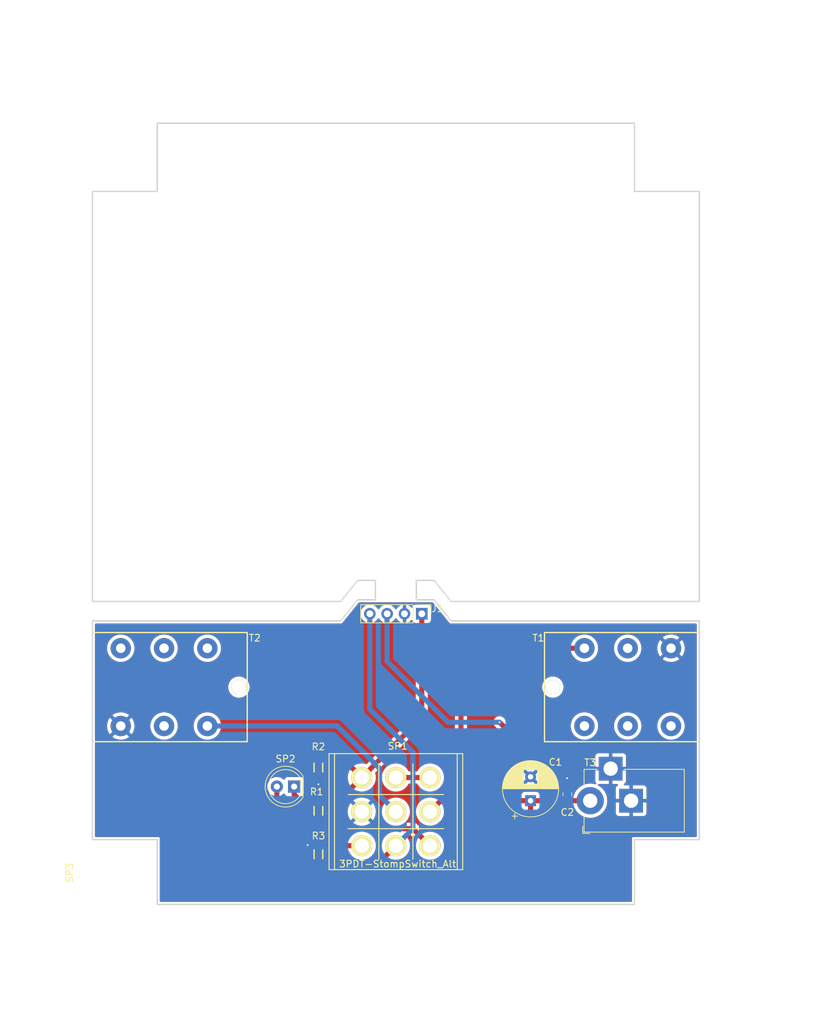
<source format=kicad_pcb>
(kicad_pcb (version 20221018) (generator pcbnew)
  (layers (0 "F.Cu" signal) (31 "B.Cu" signal) (34 "B.Paste" user) (35 "F.Paste" user) (36 "B.SilkS" user "B.Silkscreen") (37 "F.SilkS" user "F.Silkscreen") (38 "B.Mask" user) (39 "F.Mask" user) (44 "Edge.Cuts" user))
  (net 0 "")
  (net 1 "GND")
  (net 2 "+9V")
  (net 3 "Net-(R1-Pad2)")
  (net 4 "Net-(R1-Pad1)")
  (net 5 "Net-(T1-Pad5)")
  (net 6 "Net-(T1-Pad3)")
  (net 7 "Net-(T1-Pad2)")
  (net 8 "Net-(T1-Pad1)")
  (net 9 "Net-(T2-Pad5)")
  (net 10 "Net-(T2-Pad3)")
  (net 11 "Net-(T2-Pad2)")
  (net 12 "Net-(T2-Pad1)")
  (net 13 "/IN")
  (net 14 "/OUT")
  (net 15 "/Pedal_IN")
  (net 16 "/Pedal_OUT")
  (net 17 "/BYPASS")
  (footprint "AVR-KiCAD-Lib-Capacitors:C0805" (layer "F.Cu") (at 183.15 136.35 90)
    (fp_text reference "C2" (at -2.65 0 180) (layer "F.SilkS"))
    (fp_text value "CL21B104KCFNNNE" hide)
    (fp_line (start -0.254 -0.635) (end 0.254 -0.635) (stroke (width 0.1)) (layer "F.SilkS"))
    (fp_line (start -0.254 0.635) (end 0.254 0.635) (stroke (width 0.1)) (layer "F.SilkS"))
    (pad "1" smd roundrect (at -0.95 0 90) (size 1.321 1.524) (layers "F.Cu" "F.Paste" "F.Mask") (net 2 "+9V"))
    (pad "2" smd roundrect (at 0.95 0 90) (size 1.321 1.524) (layers "F.Cu" "F.Paste" "F.Mask") (net 1 "GND"))
  )
  (footprint "Connector_PinHeader_2.54mm:PinHeader_1x04_P2.54mm_Vertical" (layer "F.Cu") (at 161.8 109.9 -90)
    (fp_text reference "J1" (at -0.762 -2.286 180) (layer "F.SilkS"))
    (fp_text value "Conn_01x04_Female" hide)
    (fp_line (start -1.33 -1.33) (end 0 -1.33) (stroke (width 0.12)) (layer "F.SilkS"))
    (fp_line (start -1.33 0) (end -1.33 -1.33) (stroke (width 0.12)) (layer "F.SilkS"))
    (fp_line (start -1.33 1.27) (end -1.33 8.95) (stroke (width 0.12)) (layer "F.SilkS"))
    (fp_line (start -1.33 1.27) (end 1.33 1.27) (stroke (width 0.12)) (layer "F.SilkS"))
    (fp_line (start -1.33 8.95) (end 1.33 8.95) (stroke (width 0.12)) (layer "F.SilkS"))
    (fp_line (start 1.33 1.27) (end 1.33 8.95) (stroke (width 0.12)) (layer "F.SilkS"))
    (pad "1" thru_hole rect (at 0 0 270) (size 1.7 1.7) (drill 1) (layers "*.Cu" "*.Mask") (net 13 "/IN"))
    (pad "2" thru_hole oval (at 0 2.54 270) (size 1.7 1.7) (drill 1) (layers "*.Cu" "*.Mask") (net 1 "GND"))
    (pad "3" thru_hole oval (at 0 5.08 270) (size 1.7 1.7) (drill 1) (layers "*.Cu" "*.Mask") (net 2 "+9V"))
    (pad "4" thru_hole oval (at 0 7.62 270) (size 1.7 1.7) (drill 1) (layers "*.Cu" "*.Mask") (net 14 "/OUT"))
  )
  (footprint "AVR-KiCAD-Lib-Resistors:R1206" (layer "F.Cu") (at 146.638 138.788 90)
    (fp_text reference "R1" (at 2.794 -0.254) (layer "F.SilkS"))
    (fp_text value "RC1206FR-071KL" hide)
    (fp_line (start -0.635 -0.635) (end 0.635 -0.635) (stroke (width 0.2)) (layer "F.SilkS"))
    (fp_line (start 0.635 0.635) (end -0.635 0.635) (stroke (width 0.2)) (layer "F.SilkS"))
    (pad "1" smd roundrect (at -1.325 0 90) (size 1.1 2) (layers "F.Cu" "F.Paste" "F.Mask") (net 4 "Net-(R1-Pad1)"))
    (pad "2" smd roundrect (at 1.325 0 90) (size 1.1 2) (layers "F.Cu" "F.Paste" "F.Mask") (net 3 "Net-(R1-Pad2)"))
  )
  (footprint "AVR-KiCAD-Lib-Resistors:R1206" (layer "F.Cu") (at 146.638 132.438 -90)
    (fp_text reference "R2" (at -3.048 0 180) (layer "F.SilkS"))
    (fp_text value "RC1206FR-071ML" hide)
    (fp_line (start -0.635 -0.635) (end 0.635 -0.635) (stroke (width 0.2)) (layer "F.SilkS"))
    (fp_line (start 0.635 0.635) (end -0.635 0.635) (stroke (width 0.2)) (layer "F.SilkS"))
    (pad "1" smd roundrect (at -1.325 0 270) (size 1.1 2) (layers "F.Cu" "F.Paste" "F.Mask") (net 13 "/IN"))
    (pad "2" smd roundrect (at 1.325 0 270) (size 1.1 2) (layers "F.Cu" "F.Paste" "F.Mask") (net 1 "GND"))
  )
  (footprint "AVR-KiCAD-Lib-Resistors:R1206" (layer "F.Cu") (at 146.638 145.138 90)
    (fp_text reference "R3" (at 2.688 0.012) (layer "F.SilkS"))
    (fp_text value "RC1206FR-071ML" hide)
    (fp_line (start -0.635 -0.635) (end 0.635 -0.635) (stroke (width 0.2)) (layer "F.SilkS"))
    (fp_line (start 0.635 0.635) (end -0.635 0.635) (stroke (width 0.2)) (layer "F.SilkS"))
    (pad "1" smd roundrect (at -1.325 0 90) (size 1.1 2) (layers "F.Cu" "F.Paste" "F.Mask") (net 14 "/OUT"))
    (pad "2" smd roundrect (at 1.325 0 90) (size 1.1 2) (layers "F.Cu" "F.Paste" "F.Mask") (net 1 "GND"))
  )
  (footprint "AVR-KiCAD-Lib-Diodesl:LED_D5.0mm" (layer "F.Cu") (at 143.082 135.232 180)
    (fp_text reference "SP2" (at 1.27 4.064 180) (layer "F.SilkS"))
    (fp_text value "HLMP-4700-C0002" hide)
    (fp_line (start -1.29 -1.545) (end -1.29 1.545) (stroke (width 0.12)) (layer "F.SilkS"))
    (fp_arc (start -1.29 -1.54483) (mid 2.072002 -2.880433) (end 4.26 0.000462) (stroke (width 0.12)) (layer "F.SilkS"))
    (fp_arc (start 4.26 -0.000462) (mid 2.072002 2.880433) (end -1.29 1.54483) (stroke (width 0.12)) (layer "F.SilkS"))
    (fp_circle (center 1.27 0) (end 3.77 0) (stroke (width 0.12)) (fill none) (layer "F.SilkS"))
    (pad "1" thru_hole rect (at 0 0 180) (size 1.8 1.8) (drill 0.9) (layers "*.Cu" "*.Mask") (net 3 "Net-(R1-Pad2)"))
    (pad "2" thru_hole circle (at 2.54 0 180) (size 1.8 1.8) (drill 0.9) (layers "*.Cu" "*.Mask") (net 2 "+9V"))
  )
  (footprint "AVR-KiCAD-Lib-Connectors:ACJS-MHDR" (layer "F.Cu") (at 192 120.65)
    (fp_text reference "T1" (at -13.1 -7.2) (layer "F.SilkS"))
    (fp_text value "ACJS-MHDR")
    (fp_line (start -12.2 -8) (end 10.5 -8) (stroke (width 0.2)) (layer "F.SilkS"))
    (fp_line (start -12.2 8) (end -12.2 -8) (stroke (width 0.2)) (layer "F.SilkS"))
    (fp_line (start -12.2 8) (end 10.5 8) (stroke (width 0.2)) (layer "F.SilkS"))
    (pad "1" thru_hole circle locked (at 6.35 5.7) (size 3 3) (drill 1.4) (layers "*.Cu" "*.Mask") (net 8 "Net-(T1-Pad1)"))
    (pad "2" thru_hole circle locked (at 0 5.7) (size 3 3) (drill 1.4) (layers "*.Cu" "*.Mask") (net 7 "Net-(T1-Pad2)"))
    (pad "3" thru_hole circle locked (at -6.35 5.7) (size 3 3) (drill 1.4) (layers "*.Cu" "*.Mask") (net 6 "Net-(T1-Pad3)"))
    (pad "4" thru_hole circle locked (at 6.35 -5.7) (size 3 3) (drill 1.4) (layers "*.Cu" "*.Mask") (net 1 "GND"))
    (pad "5" thru_hole circle locked (at 0 -5.7) (size 3 3) (drill 1.4) (layers "*.Cu" "*.Mask") (net 5 "Net-(T1-Pad5)"))
    (pad "6" thru_hole circle locked (at -6.35 -5.7) (size 3 3) (drill 1.4) (layers "*.Cu" "*.Mask") (net 15 "/Pedal_IN"))
    (pad "7" thru_hole circle locked (at -10.98 0) (size 2.1 2.1) (drill 2.1) (layers "*.Cu" "*.Mask"))
  )
  (footprint "AVR-KiCAD-Lib-Connectors:ACJS-MHDR" (layer "F.Cu") (at 124 120.65 180)
    (fp_text reference "T2" (at -13.3 7.2 180) (layer "F.SilkS"))
    (fp_text value "ACJS-MHDR")
    (fp_line (start -12.2 -8) (end 10.5 -8) (stroke (width 0.2)) (layer "F.SilkS"))
    (fp_line (start -12.2 8) (end -12.2 -8) (stroke (width 0.2)) (layer "F.SilkS"))
    (fp_line (start -12.2 8) (end 10.5 8) (stroke (width 0.2)) (layer "F.SilkS"))
    (pad "1" thru_hole circle locked (at 6.35 5.7 180) (size 3 3) (drill 1.4) (layers "*.Cu" "*.Mask") (net 12 "Net-(T2-Pad1)"))
    (pad "2" thru_hole circle locked (at 0 5.7 180) (size 3 3) (drill 1.4) (layers "*.Cu" "*.Mask") (net 11 "Net-(T2-Pad2)"))
    (pad "3" thru_hole circle locked (at -6.35 5.7 180) (size 3 3) (drill 1.4) (layers "*.Cu" "*.Mask") (net 10 "Net-(T2-Pad3)"))
    (pad "4" thru_hole circle locked (at 6.35 -5.7 180) (size 3 3) (drill 1.4) (layers "*.Cu" "*.Mask") (net 1 "GND"))
    (pad "5" thru_hole circle locked (at 0 -5.7 180) (size 3 3) (drill 1.4) (layers "*.Cu" "*.Mask") (net 9 "Net-(T2-Pad5)"))
    (pad "6" thru_hole circle locked (at -6.35 -5.7 180) (size 3 3) (drill 1.4) (layers "*.Cu" "*.Mask") (net 16 "/Pedal_OUT"))
    (pad "7" thru_hole circle locked (at -10.98 0 180) (size 2.1 2.1) (drill 2.1) (layers "*.Cu" "*.Mask"))
  )
  (footprint "AVR-KiCAD-Lib-Special:Switches_Stomp_Switch_3PDT" (layer "F.Cu") (at 158 138.9)
    (fp_text reference "SP1" (at 0.254 -9.604) (layer "F.SilkS"))
    (fp_text value "3PDT-StompSwitch_Alt" (at 0.254 7.668) (layer "F.SilkS"))
    (fp_line (start -9.8 -8.5) (end -9 -8.5) (stroke (width 0.15)) (layer "F.SilkS"))
    (fp_line (start -9.8 8.5) (end -9.8 -8.5) (stroke (width 0.15)) (layer "F.SilkS"))
    (fp_line (start -9 -8.5) (end 9 -8.5) (stroke (width 0.15)) (layer "F.SilkS"))
    (fp_line (start -9 8.5) (end -9.8 8.5) (stroke (width 0.15)) (layer "F.SilkS"))
    (fp_line (start -9 8.5) (end -9 -8.5) (stroke (width 0.15)) (layer "F.SilkS"))
    (fp_line (start -9 8.5) (end 9 8.5) (stroke (width 0.15)) (layer "F.SilkS"))
    (fp_line (start -7 -2.5) (end 7 -2.5) (stroke (width 0.15)) (layer "F.SilkS"))
    (fp_line (start -2.5 -7) (end -2.5 7) (stroke (width 0.15)) (layer "F.SilkS"))
    (fp_line (start 2.5 7) (end 2.5 -7) (stroke (width 0.15)) (layer "F.SilkS"))
    (fp_line (start 7 2.5) (end -7 2.5) (stroke (width 0.15)) (layer "F.SilkS"))
    (fp_line (start 9 -8.5) (end 9 0) (stroke (width 0.15)) (layer "F.SilkS"))
    (fp_line (start 9 8.5) (end 9 0) (stroke (width 0.15)) (layer "F.SilkS"))
    (fp_line (start 9.8 -8.5) (end 9 -8.5) (stroke (width 0.15)) (layer "F.SilkS"))
    (fp_line (start 9.8 8.5) (end 9 8.5) (stroke (width 0.15)) (layer "F.SilkS"))
    (fp_line (start 9.8 8.5) (end 9.8 -8.5) (stroke (width 0.15)) (layer "F.SilkS"))
    (pad "1" thru_hole circle locked (at 5 -5) (size 3.1 3.1) (drill 2.1) (layers "*.Cu" "*.Mask" "F.SilkS") (net 17 "/BYPASS"))
    (pad "2" thru_hole circle locked (at 0 -5) (size 3.1 3.1) (drill 2.1) (layers "*.Cu" "*.Mask" "F.SilkS") (net 17 "/BYPASS"))
    (pad "3" thru_hole circle locked (at -5 -5) (size 3.1 3.1) (drill 2.1) (layers "*.Cu" "*.Mask" "F.SilkS") (net 13 "/IN"))
    (pad "4" thru_hole circle locked (at 5 0) (size 3.1 3.1) (drill 2.1) (layers "*.Cu" "*.Mask" "F.SilkS") (net 15 "/Pedal_IN"))
    (pad "5" thru_hole circle locked (at 0 0) (size 3.1 3.1) (drill 2.1) (layers "*.Cu" "*.Mask" "F.SilkS") (net 16 "/Pedal_OUT"))
    (pad "6" thru_hole circle locked (at -5 0) (size 3.1 3.1) (drill 2.1) (layers "*.Cu" "*.Mask" "F.SilkS") (net 1 "GND"))
    (pad "7" thru_hole circle locked (at 5 5) (size 3.1 3.1) (drill 2.1) (layers "*.Cu" "*.Mask" "F.SilkS") (net 13 "/IN"))
    (pad "8" thru_hole circle locked (at 0 5) (size 3.1 3.1) (drill 2.1) (layers "*.Cu" "*.Mask" "F.SilkS") (net 14 "/OUT"))
    (pad "9" thru_hole circle locked (at -5 5) (size 3.1 3.1) (drill 2.1) (layers "*.Cu" "*.Mask" "F.SilkS") (net 4 "Net-(R1-Pad1)"))
  )
  (footprint "AVR-KiCAD-Lib-Capacitors:CP_Radial_D8.0mm_P3.50mm" (layer "F.Cu") (at 177.75 137.3 90)
    (fp_text reference "C1" (at 5.65 3.65) (layer "F.SilkS"))
    (fp_text value "UFW1H101MPD" hide)
    (fp_line (start -2.659698 -2.315) (end -1.859698 -2.315) (stroke (width 0.12)) (layer "F.SilkS"))
    (fp_line (start -2.259698 -2.715) (end -2.259698 -1.915) (stroke (width 0.12)) (layer "F.SilkS"))
    (fp_line (start 1.75 -4.08) (end 1.75 4.08) (stroke (width 0.12)) (layer "F.SilkS"))
    (fp_line (start 1.79 -4.08) (end 1.79 4.08) (stroke (width 0.12)) (layer "F.SilkS"))
    (fp_line (start 1.83 -4.08) (end 1.83 4.08) (stroke (width 0.12)) (layer "F.SilkS"))
    (fp_line (start 1.87 -4.079) (end 1.87 4.079) (stroke (width 0.12)) (layer "F.SilkS"))
    (fp_line (start 1.91 -4.077) (end 1.91 4.077) (stroke (width 0.12)) (layer "F.SilkS"))
    (fp_line (start 1.95 -4.076) (end 1.95 4.076) (stroke (width 0.12)) (layer "F.SilkS"))
    (fp_line (start 1.99 -4.074) (end 1.99 4.074) (stroke (width 0.12)) (layer "F.SilkS"))
    (fp_line (start 2.03 -4.071) (end 2.03 4.071) (stroke (width 0.12)) (layer "F.SilkS"))
    (fp_line (start 2.07 -4.068) (end 2.07 4.068) (stroke (width 0.12)) (layer "F.SilkS"))
    (fp_line (start 2.11 -4.065) (end 2.11 4.065) (stroke (width 0.12)) (layer "F.SilkS"))
    (fp_line (start 2.15 -4.061) (end 2.15 4.061) (stroke (width 0.12)) (layer "F.SilkS"))
    (fp_line (start 2.19 -4.057) (end 2.19 4.057) (stroke (width 0.12)) (layer "F.SilkS"))
    (fp_line (start 2.23 -4.052) (end 2.23 4.052) (stroke (width 0.12)) (layer "F.SilkS"))
    (fp_line (start 2.27 -4.048) (end 2.27 4.048) (stroke (width 0.12)) (layer "F.SilkS"))
    (fp_line (start 2.31 -4.042) (end 2.31 4.042) (stroke (width 0.12)) (layer "F.SilkS"))
    (fp_line (start 2.35 -4.037) (end 2.35 4.037) (stroke (width 0.12)) (layer "F.SilkS"))
    (fp_line (start 2.39 -4.03) (end 2.39 4.03) (stroke (width 0.12)) (layer "F.SilkS"))
    (fp_line (start 2.43 -4.024) (end 2.43 4.024) (stroke (width 0.12)) (layer "F.SilkS"))
    (fp_line (start 2.471 -4.017) (end 2.471 -1.04) (stroke (width 0.12)) (layer "F.SilkS"))
    (fp_line (start 2.471 1.04) (end 2.471 4.017) (stroke (width 0.12)) (layer "F.SilkS"))
    (fp_line (start 2.511 -4.01) (end 2.511 -1.04) (stroke (width 0.12)) (layer "F.SilkS"))
    (fp_line (start 2.511 1.04) (end 2.511 4.01) (stroke (width 0.12)) (layer "F.SilkS"))
    (fp_line (start 2.551 -4.002) (end 2.551 -1.04) (stroke (width 0.12)) (layer "F.SilkS"))
    (fp_line (start 2.551 1.04) (end 2.551 4.002) (stroke (width 0.12)) (layer "F.SilkS"))
    (fp_line (start 2.591 -3.994) (end 2.591 -1.04) (stroke (width 0.12)) (layer "F.SilkS"))
    (fp_line (start 2.591 1.04) (end 2.591 3.994) (stroke (width 0.12)) (layer "F.SilkS"))
    (fp_line (start 2.631 -3.985) (end 2.631 -1.04) (stroke (width 0.12)) (layer "F.SilkS"))
    (fp_line (start 2.631 1.04) (end 2.631 3.985) (stroke (width 0.12)) (layer "F.SilkS"))
    (fp_line (start 2.671 -3.976) (end 2.671 -1.04) (stroke (width 0.12)) (layer "F.SilkS"))
    (fp_line (start 2.671 1.04) (end 2.671 3.976) (stroke (width 0.12)) (layer "F.SilkS"))
    (fp_line (start 2.711 -3.967) (end 2.711 -1.04) (stroke (width 0.12)) (layer "F.SilkS"))
    (fp_line (start 2.711 1.04) (end 2.711 3.967) (stroke (width 0.12)) (layer "F.SilkS"))
    (fp_line (start 2.751 -3.957) (end 2.751 -1.04) (stroke (width 0.12)) (layer "F.SilkS"))
    (fp_line (start 2.751 1.04) (end 2.751 3.957) (stroke (width 0.12)) (layer "F.SilkS"))
    (fp_line (start 2.791 -3.947) (end 2.791 -1.04) (stroke (width 0.12)) (layer "F.SilkS"))
    (fp_line (start 2.791 1.04) (end 2.791 3.947) (stroke (width 0.12)) (layer "F.SilkS"))
    (fp_line (start 2.831 -3.936) (end 2.831 -1.04) (stroke (width 0.12)) (layer "F.SilkS"))
    (fp_line (start 2.831 1.04) (end 2.831 3.936) (stroke (width 0.12)) (layer "F.SilkS"))
    (fp_line (start 2.871 -3.925) (end 2.871 -1.04) (stroke (width 0.12)) (layer "F.SilkS"))
    (fp_line (start 2.871 1.04) (end 2.871 3.925) (stroke (width 0.12)) (layer "F.SilkS"))
    (fp_line (start 2.911 -3.914) (end 2.911 -1.04) (stroke (width 0.12)) (layer "F.SilkS"))
    (fp_line (start 2.911 1.04) (end 2.911 3.914) (stroke (width 0.12)) (layer "F.SilkS"))
    (fp_line (start 2.951 -3.902) (end 2.951 -1.04) (stroke (width 0.12)) (layer "F.SilkS"))
    (fp_line (start 2.951 1.04) (end 2.951 3.902) (stroke (width 0.12)) (layer "F.SilkS"))
    (fp_line (start 2.991 -3.889) (end 2.991 -1.04) (stroke (width 0.12)) (layer "F.SilkS"))
    (fp_line (start 2.991 1.04) (end 2.991 3.889) (stroke (width 0.12)) (layer "F.SilkS"))
    (fp_line (start 3.031 -3.877) (end 3.031 -1.04) (stroke (width 0.12)) (layer "F.SilkS"))
    (fp_line (start 3.031 1.04) (end 3.031 3.877) (stroke (width 0.12)) (layer "F.SilkS"))
    (fp_line (start 3.071 -3.863) (end 3.071 -1.04) (stroke (width 0.12)) (layer "F.SilkS"))
    (fp_line (start 3.071 1.04) (end 3.071 3.863) (stroke (width 0.12)) (layer "F.SilkS"))
    (fp_line (start 3.111 -3.85) (end 3.111 -1.04) (stroke (width 0.12)) (layer "F.SilkS"))
    (fp_line (start 3.111 1.04) (end 3.111 3.85) (stroke (width 0.12)) (layer "F.SilkS"))
    (fp_line (start 3.151 -3.835) (end 3.151 -1.04) (stroke (width 0.12)) (layer "F.SilkS"))
    (fp_line (start 3.151 1.04) (end 3.151 3.835) (stroke (width 0.12)) (layer "F.SilkS"))
    (fp_line (start 3.191 -3.821) (end 3.191 -1.04) (stroke (width 0.12)) (layer "F.SilkS"))
    (fp_line (start 3.191 1.04) (end 3.191 3.821) (stroke (width 0.12)) (layer "F.SilkS"))
    (fp_line (start 3.231 -3.805) (end 3.231 -1.04) (stroke (width 0.12)) (layer "F.SilkS"))
    (fp_line (start 3.231 1.04) (end 3.231 3.805) (stroke (width 0.12)) (layer "F.SilkS"))
    (fp_line (start 3.271 -3.79) (end 3.271 -1.04) (stroke (width 0.12)) (layer "F.SilkS"))
    (fp_line (start 3.271 1.04) (end 3.271 3.79) (stroke (width 0.12)) (layer "F.SilkS"))
    (fp_line (start 3.311 -3.774) (end 3.311 -1.04) (stroke (width 0.12)) (layer "F.SilkS"))
    (fp_line (start 3.311 1.04) (end 3.311 3.774) (stroke (width 0.12)) (layer "F.SilkS"))
    (fp_line (start 3.351 -3.757) (end 3.351 -1.04) (stroke (width 0.12)) (layer "F.SilkS"))
    (fp_line (start 3.351 1.04) (end 3.351 3.757) (stroke (width 0.12)) (layer "F.SilkS"))
    (fp_line (start 3.391 -3.74) (end 3.391 -1.04) (stroke (width 0.12)) (layer "F.SilkS"))
    (fp_line (start 3.391 1.04) (end 3.391 3.74) (stroke (width 0.12)) (layer "F.SilkS"))
    (fp_line (start 3.431 -3.722) (end 3.431 -1.04) (stroke (width 0.12)) (layer "F.SilkS"))
    (fp_line (start 3.431 1.04) (end 3.431 3.722) (stroke (width 0.12)) (layer "F.SilkS"))
    (fp_line (start 3.471 -3.704) (end 3.471 -1.04) (stroke (width 0.12)) (layer "F.SilkS"))
    (fp_line (start 3.471 1.04) (end 3.471 3.704) (stroke (width 0.12)) (layer "F.SilkS"))
    (fp_line (start 3.511 -3.686) (end 3.511 -1.04) (stroke (width 0.12)) (layer "F.SilkS"))
    (fp_line (start 3.511 1.04) (end 3.511 3.686) (stroke (width 0.12)) (layer "F.SilkS"))
    (fp_line (start 3.551 -3.666) (end 3.551 -1.04) (stroke (width 0.12)) (layer "F.SilkS"))
    (fp_line (start 3.551 1.04) (end 3.551 3.666) (stroke (width 0.12)) (layer "F.SilkS"))
    (fp_line (start 3.591 -3.647) (end 3.591 -1.04) (stroke (width 0.12)) (layer "F.SilkS"))
    (fp_line (start 3.591 1.04) (end 3.591 3.647) (stroke (width 0.12)) (layer "F.SilkS"))
    (fp_line (start 3.631 -3.627) (end 3.631 -1.04) (stroke (width 0.12)) (layer "F.SilkS"))
    (fp_line (start 3.631 1.04) (end 3.631 3.627) (stroke (width 0.12)) (layer "F.SilkS"))
    (fp_line (start 3.671 -3.606) (end 3.671 -1.04) (stroke (width 0.12)) (layer "F.SilkS"))
    (fp_line (start 3.671 1.04) (end 3.671 3.606) (stroke (width 0.12)) (layer "F.SilkS"))
    (fp_line (start 3.711 -3.584) (end 3.711 -1.04) (stroke (width 0.12)) (layer "F.SilkS"))
    (fp_line (start 3.711 1.04) (end 3.711 3.584) (stroke (width 0.12)) (layer "F.SilkS"))
    (fp_line (start 3.751 -3.562) (end 3.751 -1.04) (stroke (width 0.12)) (layer "F.SilkS"))
    (fp_line (start 3.751 1.04) (end 3.751 3.562) (stroke (width 0.12)) (layer "F.SilkS"))
    (fp_line (start 3.791 -3.54) (end 3.791 -1.04) (stroke (width 0.12)) (layer "F.SilkS"))
    (fp_line (start 3.791 1.04) (end 3.791 3.54) (stroke (width 0.12)) (layer "F.SilkS"))
    (fp_line (start 3.831 -3.517) (end 3.831 -1.04) (stroke (width 0.12)) (layer "F.SilkS"))
    (fp_line (start 3.831 1.04) (end 3.831 3.517) (stroke (width 0.12)) (layer "F.SilkS"))
    (fp_line (start 3.871 -3.493) (end 3.871 -1.04) (stroke (width 0.12)) (layer "F.SilkS"))
    (fp_line (start 3.871 1.04) (end 3.871 3.493) (stroke (width 0.12)) (layer "F.SilkS"))
    (fp_line (start 3.911 -3.469) (end 3.911 -1.04) (stroke (width 0.12)) (layer "F.SilkS"))
    (fp_line (start 3.911 1.04) (end 3.911 3.469) (stroke (width 0.12)) (layer "F.SilkS"))
    (fp_line (start 3.951 -3.444) (end 3.951 -1.04) (stroke (width 0.12)) (layer "F.SilkS"))
    (fp_line (start 3.951 1.04) (end 3.951 3.444) (stroke (width 0.12)) (layer "F.SilkS"))
    (fp_line (start 3.991 -3.418) (end 3.991 -1.04) (stroke (width 0.12)) (layer "F.SilkS"))
    (fp_line (start 3.991 1.04) (end 3.991 3.418) (stroke (width 0.12)) (layer "F.SilkS"))
    (fp_line (start 4.031 -3.392) (end 4.031 -1.04) (stroke (width 0.12)) (layer "F.SilkS"))
    (fp_line (start 4.031 1.04) (end 4.031 3.392) (stroke (width 0.12)) (layer "F.SilkS"))
    (fp_line (start 4.071 -3.365) (end 4.071 -1.04) (stroke (width 0.12)) (layer "F.SilkS"))
    (fp_line (start 4.071 1.04) (end 4.071 3.365) (stroke (width 0.12)) (layer "F.SilkS"))
    (fp_line (start 4.111 -3.338) (end 4.111 -1.04) (stroke (width 0.12)) (layer "F.SilkS"))
    (fp_line (start 4.111 1.04) (end 4.111 3.338) (stroke (width 0.12)) (layer "F.SilkS"))
    (fp_line (start 4.151 -3.309) (end 4.151 -1.04) (stroke (width 0.12)) (layer "F.SilkS"))
    (fp_line (start 4.151 1.04) (end 4.151 3.309) (stroke (width 0.12)) (layer "F.SilkS"))
    (fp_line (start 4.191 -3.28) (end 4.191 -1.04) (stroke (width 0.12)) (layer "F.SilkS"))
    (fp_line (start 4.191 1.04) (end 4.191 3.28) (stroke (width 0.12)) (layer "F.SilkS"))
    (fp_line (start 4.231 -3.25) (end 4.231 -1.04) (stroke (width 0.12)) (layer "F.SilkS"))
    (fp_line (start 4.231 1.04) (end 4.231 3.25) (stroke (width 0.12)) (layer "F.SilkS"))
    (fp_line (start 4.271 -3.22) (end 4.271 -1.04) (stroke (width 0.12)) (layer "F.SilkS"))
    (fp_line (start 4.271 1.04) (end 4.271 3.22) (stroke (width 0.12)) (layer "F.SilkS"))
    (fp_line (start 4.311 -3.189) (end 4.311 -1.04) (stroke (width 0.12)) (layer "F.SilkS"))
    (fp_line (start 4.311 1.04) (end 4.311 3.189) (stroke (width 0.12)) (layer "F.SilkS"))
    (fp_line (start 4.351 -3.156) (end 4.351 -1.04) (stroke (width 0.12)) (layer "F.SilkS"))
    (fp_line (start 4.351 1.04) (end 4.351 3.156) (stroke (width 0.12)) (layer "F.SilkS"))
    (fp_line (start 4.391 -3.124) (end 4.391 -1.04) (stroke (width 0.12)) (layer "F.SilkS"))
    (fp_line (start 4.391 1.04) (end 4.391 3.124) (stroke (width 0.12)) (layer "F.SilkS"))
    (fp_line (start 4.431 -3.09) (end 4.431 -1.04) (stroke (width 0.12)) (layer "F.SilkS"))
    (fp_line (start 4.431 1.04) (end 4.431 3.09) (stroke (width 0.12)) (layer "F.SilkS"))
    (fp_line (start 4.471 -3.055) (end 4.471 -1.04) (stroke (width 0.12)) (layer "F.SilkS"))
    (fp_line (start 4.471 1.04) (end 4.471 3.055) (stroke (width 0.12)) (layer "F.SilkS"))
    (fp_line (start 4.511 -3.019) (end 4.511 -1.04) (stroke (width 0.12)) (layer "F.SilkS"))
    (fp_line (start 4.511 1.04) (end 4.511 3.019) (stroke (width 0.12)) (layer "F.SilkS"))
    (fp_line (start 4.551 -2.983) (end 4.551 2.983) (stroke (width 0.12)) (layer "F.SilkS"))
    (fp_line (start 4.591 -2.945) (end 4.591 2.945) (stroke (width 0.12)) (layer "F.SilkS"))
    (fp_line (start 4.631 -2.907) (end 4.631 2.907) (stroke (width 0.12)) (layer "F.SilkS"))
    (fp_line (start 4.671 -2.867) (end 4.671 2.867) (stroke (width 0.12)) (layer "F.SilkS"))
    (fp_line (start 4.711 -2.826) (end 4.711 2.826) (stroke (width 0.12)) (layer "F.SilkS"))
    (fp_line (start 4.751 -2.784) (end 4.751 2.784) (stroke (width 0.12)) (layer "F.SilkS"))
    (fp_line (start 4.791 -2.741) (end 4.791 2.741) (stroke (width 0.12)) (layer "F.SilkS"))
    (fp_line (start 4.831 -2.697) (end 4.831 2.697) (stroke (width 0.12)) (layer "F.SilkS"))
    (fp_line (start 4.871 -2.651) (end 4.871 2.651) (stroke (width 0.12)) (layer "F.SilkS"))
    (fp_line (start 4.911 -2.604) (end 4.911 2.604) (stroke (width 0.12)) (layer "F.SilkS"))
    (fp_line (start 4.951 -2.556) (end 4.951 2.556) (stroke (width 0.12)) (layer "F.SilkS"))
    (fp_line (start 4.991 -2.505) (end 4.991 2.505) (stroke (width 0.12)) (layer "F.SilkS"))
    (fp_line (start 5.031 -2.454) (end 5.031 2.454) (stroke (width 0.12)) (layer "F.SilkS"))
    (fp_line (start 5.071 -2.4) (end 5.071 2.4) (stroke (width 0.12)) (layer "F.SilkS"))
    (fp_line (start 5.111 -2.345) (end 5.111 2.345) (stroke (width 0.12)) (layer "F.SilkS"))
    (fp_line (start 5.151 -2.287) (end 5.151 2.287) (stroke (width 0.12)) (layer "F.SilkS"))
    (fp_line (start 5.191 -2.228) (end 5.191 2.228) (stroke (width 0.12)) (layer "F.SilkS"))
    (fp_line (start 5.231 -2.166) (end 5.231 2.166) (stroke (width 0.12)) (layer "F.SilkS"))
    (fp_line (start 5.271 -2.102) (end 5.271 2.102) (stroke (width 0.12)) (layer "F.SilkS"))
    (fp_line (start 5.311 -2.034) (end 5.311 2.034) (stroke (width 0.12)) (layer "F.SilkS"))
    (fp_line (start 5.351 -1.964) (end 5.351 1.964) (stroke (width 0.12)) (layer "F.SilkS"))
    (fp_line (start 5.391 -1.89) (end 5.391 1.89) (stroke (width 0.12)) (layer "F.SilkS"))
    (fp_line (start 5.431 -1.813) (end 5.431 1.813) (stroke (width 0.12)) (layer "F.SilkS"))
    (fp_line (start 5.471 -1.731) (end 5.471 1.731) (stroke (width 0.12)) (layer "F.SilkS"))
    (fp_line (start 5.511 -1.645) (end 5.511 1.645) (stroke (width 0.12)) (layer "F.SilkS"))
    (fp_line (start 5.551 -1.552) (end 5.551 1.552) (stroke (width 0.12)) (layer "F.SilkS"))
    (fp_line (start 5.591 -1.453) (end 5.591 1.453) (stroke (width 0.12)) (layer "F.SilkS"))
    (fp_line (start 5.631 -1.346) (end 5.631 1.346) (stroke (width 0.12)) (layer "F.SilkS"))
    (fp_line (start 5.671 -1.229) (end 5.671 1.229) (stroke (width 0.12)) (layer "F.SilkS"))
    (fp_line (start 5.711 -1.098) (end 5.711 1.098) (stroke (width 0.12)) (layer "F.SilkS"))
    (fp_line (start 5.751 -0.948) (end 5.751 0.948) (stroke (width 0.12)) (layer "F.SilkS"))
    (fp_line (start 5.791 -0.768) (end 5.791 0.768) (stroke (width 0.12)) (layer "F.SilkS"))
    (fp_line (start 5.831 -0.533) (end 5.831 0.533) (stroke (width 0.12)) (layer "F.SilkS"))
    (fp_circle (center 1.75 0) (end 5.87 0) (stroke (width 0.12)) (fill none) (layer "F.SilkS"))
    (pad "1" thru_hole rect (at 0 0 90) (size 1.6 1.6) (drill 0.8) (layers "*.Cu" "*.Mask") (net 2 "+9V"))
    (pad "2" thru_hole circle (at 3.5 0 90) (size 1.6 1.6) (drill 0.8) (layers "*.Cu" "*.Mask") (net 1 "GND"))
  )
  (footprint "AVR-KiCAD-Lib-Connectors:BarrelJack_Horizontal" (layer "F.Cu") (at 186.5 137.3 180)
    (fp_text reference "T3" (at 0 5.588 180) (layer "F.SilkS"))
    (fp_text value "54-00129")
    (fp_line (start -13.8 -4.6) (end 0.9 -4.6) (stroke (width 0.12)) (layer "F.SilkS"))
    (fp_line (start -13.8 4.6) (end -13.8 -4.6) (stroke (width 0.12)) (layer "F.SilkS"))
    (fp_line (start -5 4.6) (end -13.8 4.6) (stroke (width 0.12)) (layer "F.SilkS"))
    (fp_line (start 0.05 -4.8) (end 1.1 -4.8) (stroke (width 0.12)) (layer "F.SilkS"))
    (fp_line (start 0.9 -4.6) (end 0.9 -2) (stroke (width 0.12)) (layer "F.SilkS"))
    (fp_line (start 0.9 1.9) (end 0.9 4.6) (stroke (width 0.12)) (layer "F.SilkS"))
    (fp_line (start 0.9 4.6) (end -1 4.6) (stroke (width 0.12)) (layer "F.SilkS"))
    (fp_line (start 1.1 -3.75) (end 1.1 -4.8) (stroke (width 0.12)) (layer "F.SilkS"))
    (pad "1" thru_hole circle (at 0 0 180) (size 4 4) (drill 2.1) (layers "*.Cu" "*.Mask") (net 2 "+9V"))
    (pad "2" thru_hole rect (at -6 0 180) (size 3.5 3.5) (drill 2.1) (layers "*.Cu" "*.Mask") (net 1 "GND"))
    (pad "3" thru_hole rect (at -3 4.7 180) (size 3.5 3.5) (drill 2.1) (layers "*.Cu" "*.Mask") (net 1 "GND"))
  )
  (footprint "AVR-KiCAD-Lib-Special:1590BB" (layer "F.Cu") (at 200 150 90)
    (fp_text reference "SP3" (at 2.15 -89.85 90) (layer "F.SilkS"))
    (fp_text value "Hammond_1590BB")
  )
  (gr_line (start 149.9 110.95) (end 152.4 107.85) (stroke (width 0.2)) (layer "Edge.Cuts"))
  (gr_line (start 155 107.85) (end 152.4 107.85) (stroke (width 0.2)) (layer "Edge.Cuts"))
  (gr_line (start 113.5 143) (end 113.5 110.95) (stroke (width 0.2)) (layer "Edge.Cuts"))
  (gr_line (start 123 152.5) (end 123 143) (stroke (width 0.2)) (layer "Edge.Cuts"))
  (gr_line (start 123 152.5) (end 193 152.5) (stroke (width 0.2)) (layer "Edge.Cuts"))
  (gr_line (start 193 143) (end 202.5 143) (stroke (width 0.2)) (layer "Edge.Cuts"))
  (gr_line (start 202.5 143) (end 202.5 110.95) (stroke (width 0.2)) (layer "Edge.Cuts"))
  (gr_line (start 166.1 110.95) (end 202.5 110.95) (stroke (width 0.2)) (layer "Edge.Cuts"))
  (gr_line (start 161 107.85) (end 161 105) (stroke (width 0.2)) (layer "Edge.Cuts"))
  (gr_line (start 155 107.85) (end 155 105) (stroke (width 0.2)) (layer "Edge.Cuts"))
  (gr_line (start 149.9 108.1) (end 113.5 108.1) (stroke (width 0.2)) (layer "Edge.Cuts"))
  (gr_line (start 155 105) (end 152.4 105) (stroke (width 0.2)) (layer "Edge.Cuts"))
  (gr_line (start 149.9 108.1) (end 152.4 105) (stroke (width 0.2)) (layer "Edge.Cuts"))
  (gr_line (start 166.1 108.1) (end 202.5 108.1) (stroke (width 0.2)) (layer "Edge.Cuts"))
  (gr_line (start 161 105) (end 163.6 105) (stroke (width 0.2)) (layer "Edge.Cuts"))
  (gr_line (start 163.6 105) (end 166.1 108.1) (stroke (width 0.2)) (layer "Edge.Cuts"))
  (gr_line (start 202.5 48) (end 202.5 108.1) (stroke (width 0.2)) (layer "Edge.Cuts"))
  (gr_line (start 113.5 48) (end 113.5 108.1) (stroke (width 0.2)) (layer "Edge.Cuts"))
  (gr_line (start 123 48) (end 123 38) (stroke (width 0.2)) (layer "Edge.Cuts"))
  (gr_line (start 123 38) (end 193 38) (stroke (width 0.2)) (layer "Edge.Cuts"))
  (gr_line (start 202.5 48) (end 193 48) (stroke (width 0.2)) (layer "Edge.Cuts"))
  (gr_line (start 193 48) (end 193 38) (stroke (width 0.2)) (layer "Edge.Cuts"))
  (gr_line (start 113.5 48) (end 123 48) (stroke (width 0.2)) (layer "Edge.Cuts"))
  (gr_line (start 163.6 107.85) (end 166.1 110.95) (stroke (width 0.2)) (layer "Edge.Cuts"))
  (gr_line (start 193 152.5) (end 193 143) (stroke (width 0.2)) (layer "Edge.Cuts"))
  (gr_line (start 113.5 143) (end 123 143) (stroke (width 0.2)) (layer "Edge.Cuts"))
  (gr_line (start 161 107.85) (end 163.6 107.85) (stroke (width 0.2)) (layer "Edge.Cuts"))
  (gr_line (start 149.9 110.95) (end 113.5 110.95) (stroke (width 0.2)) (layer "Edge.Cuts"))
  (segment (start 146.638 134.9) (end 146.638 133.763) (width 0.75) (layer "F.Cu") (net 1))
  (segment (start 146.638 143.813) (end 145.063 143.813) (width 0.75) (layer "F.Cu") (net 1))
  (segment (start 145.063 143.813) (end 145.05 143.8) (width 0.25) (layer "F.Cu") (net 1))
  (segment (start 183.100002 135.350002) (end 183.15 135.4) (width 0.25) (layer "F.Cu") (net 1))
  (segment (start 183.100002 134.000002) (end 183.100002 135.350002) (width 0.75) (layer "F.Cu") (net 1))
  (via (at 146.638 134.9) (size 0.635) (drill 0.254) (layers "F.Cu" "B.Cu") (net 1))
  (via (at 183.100002 134.000002) (size 0.635) (drill 0.254) (layers "F.Cu" "B.Cu") (net 1))
  (via (at 145.05 143.8) (size 0.635) (drill 0.254) (layers "F.Cu" "B.Cu") (net 1))
  (segment (start 144.1 148.4) (end 140.542 144.842) (width 0.75) (layer "F.Cu") (net 2))
  (segment (start 176.3 137.3) (end 177.75 137.3) (width 0.75) (layer "F.Cu") (net 2))
  (segment (start 174.85 127.45) (end 174.85 135.85) (width 0.75) (layer "F.Cu") (net 2))
  (segment (start 177.75 137.3) (end 177.75 142.25) (width 0.75) (layer "F.Cu") (net 2))
  (segment (start 186.5 137.3) (end 183.15 137.3) (width 0.75) (layer "F.Cu") (net 2))
  (segment (start 140.542 144.842) (end 140.542 135.232) (width 0.75) (layer "F.Cu") (net 2))
  (segment (start 177.75 142.25) (end 171.6 148.4) (width 0.75) (layer "F.Cu") (net 2))
  (segment (start 182.288 137.3) (end 177.75 137.3) (width 0.75) (layer "F.Cu") (net 2))
  (segment (start 173.2 125.8) (end 174.85 127.45) (width 0.75) (layer "F.Cu") (net 2))
  (segment (start 171.6 148.4) (end 144.1 148.4) (width 0.75) (layer "F.Cu") (net 2))
  (segment (start 174.85 135.85) (end 176.3 137.3) (width 0.75) (layer "F.Cu") (net 2))
  (via (at 173.2 125.8) (size 0.635) (drill 0.254) (layers "F.Cu" "B.Cu") (net 2))
  (segment (start 165.65 125.8) (end 173.2 125.8) (width 0.75) (layer "B.Cu") (net 2))
  (segment (start 156.7 116.85) (end 165.65 125.8) (width 0.75) (layer "B.Cu") (net 2))
  (segment (start 156.72 109.9) (end 156.7 109.92) (width 0.75) (layer "B.Cu") (net 2))
  (segment (start 156.7 109.92) (end 156.7 116.85) (width 0.75) (layer "B.Cu") (net 2))
  (segment (start 143.082 136.382) (end 144.163 137.463) (width 0.75) (layer "F.Cu") (net 3))
  (segment (start 144.163 137.463) (end 146.638 137.463) (width 0.75) (layer "F.Cu") (net 3))
  (segment (start 143.082 135.232) (end 143.082 136.382) (width 0.75) (layer "F.Cu") (net 3))
  (segment (start 147.987 140.113) (end 146.638 140.113) (width 0.75) (layer "F.Cu") (net 4))
  (segment (start 153 143.9) (end 150.807969 143.9) (width 0.75) (layer "F.Cu") (net 4))
  (segment (start 149.25 142.342031) (end 149.25 141.05) (width 0.75) (layer "F.Cu") (net 4))
  (segment (start 150.807969 143.9) (end 149.25 142.342031) (width 0.75) (layer "F.Cu") (net 4))
  (segment (start 148.313 140.113) (end 147.987 140.113) (width 0.75) (layer "F.Cu") (net 4))
  (segment (start 149.25 141.05) (end 148.313 140.113) (width 0.75) (layer "F.Cu") (net 4))
  (segment (start 150.1 136.8) (end 153 133.9) (width 0.75) (layer "F.Cu") (net 13))
  (segment (start 150.213 131.113) (end 146.638 131.113) (width 0.75) (layer "F.Cu") (net 13))
  (segment (start 151.7 141.4) (end 150.1 139.8) (width 0.75) (layer "F.Cu") (net 13))
  (segment (start 153 133.9) (end 150.213 131.113) (width 0.75) (layer "F.Cu") (net 13))
  (segment (start 160.5 141.4) (end 151.7 141.4) (width 0.75) (layer "F.Cu") (net 13))
  (segment (start 150.1 139.8) (end 150.1 136.8) (width 0.75) (layer "F.Cu") (net 13))
  (segment (start 146.638 131.113) (end 146.625 131.1) (width 0.75) (layer "F.Cu") (net 13))
  (segment (start 161.8 125.1) (end 161.8 122.899998) (width 0.75) (layer "F.Cu") (net 13))
  (segment (start 163 143.9) (end 160.5 141.4) (width 0.75) (layer "F.Cu") (net 13))
  (segment (start 153 133.9) (end 161.8 125.1) (width 0.75) (layer "F.Cu") (net 13))
  (segment (start 161.8 122.899998) (end 161.8 109.9) (width 0.75) (layer "F.Cu") (net 13))
  (segment (start 155.437 146.463) (end 146.638 146.463) (width 0.75) (layer "F.Cu") (net 14))
  (segment (start 158 143.9) (end 155.437 146.463) (width 0.75) (layer "F.Cu") (net 14))
  (segment (start 158 143.9) (end 160.5 141.4) (width 0.75) (layer "B.Cu") (net 14))
  (segment (start 154.18 123.88) (end 154.18 109.9) (width 0.75) (layer "B.Cu") (net 14))
  (segment (start 160.5 141.4) (end 160.5 130.2) (width 0.75) (layer "B.Cu") (net 14))
  (segment (start 160.5 130.2) (end 154.18 123.88) (width 0.75) (layer "B.Cu") (net 14))
  (segment (start 167.547589 124.02621) (end 167.547589 134.352411) (width 0.75) (layer "F.Cu") (net 15))
  (segment (start 164.549999 137.350001) (end 163 138.9) (width 0.75) (layer "F.Cu") (net 15))
  (segment (start 176.623799 114.95) (end 167.547589 124.02621) (width 0.75) (layer "F.Cu") (net 15))
  (segment (start 185.65 114.95) (end 176.623799 114.95) (width 0.75) (layer "F.Cu") (net 15))
  (segment (start 167.547589 134.352411) (end 164.549999 137.350001) (width 0.75) (layer "F.Cu") (net 15))
  (segment (start 130.35 126.35) (end 149.4 126.35) (width 0.75) (layer "B.Cu") (net 16))
  (segment (start 149.4 126.35) (end 155.6 132.55) (width 0.75) (layer "B.Cu") (net 16))
  (segment (start 155.6 136.5) (end 158 138.9) (width 0.75) (layer "B.Cu") (net 16))
  (segment (start 155.6 132.55) (end 155.6 136.5) (width 0.75) (layer "B.Cu") (net 16))
  (segment (start 163 133.9) (end 160.807969 133.9) (width 0.75) (layer "F.Cu") (net 17))
  (segment (start 160.807969 133.9) (end 158 133.9) (width 0.75) (layer "F.Cu") (net 17))
  (zone (net 1) (net_name "GND") (layer "F.Cu") (connect_pads (clearance 0.508)) (min_thickness 0.254) (fill yes (thermal_gap 0.508) (thermal_bridge_width 0.508))
    (polygon (pts (xy 193 152.5) (xy 123 152.5) (xy 123 143) (xy 113.5 143) (xy 113.5 111) (xy 113.5 110.95) (xy 149.9 110.95) (xy 152.4 107.85) (xy 163.6 107.85) (xy 166.1 110.95) (xy 202.5 110.95) (xy 202.5 143) (xy 193 143)))
  )
  (zone (net 1) (net_name "GND") (layer "B.Cu") (connect_pads (clearance 0.508)) (min_thickness 0.254) (fill yes (thermal_gap 0.508) (thermal_bridge_width 0.508))
    (polygon (pts (xy 193 152.5) (xy 123 152.5) (xy 123 143) (xy 113.5 143) (xy 113.5 110.95) (xy 149.9 110.95) (xy 152.4 107.85) (xy 163.6 107.85) (xy 166.1 110.95) (xy 202.5 110.95) (xy 202.5 143) (xy 193 143)))
  )
)
</source>
